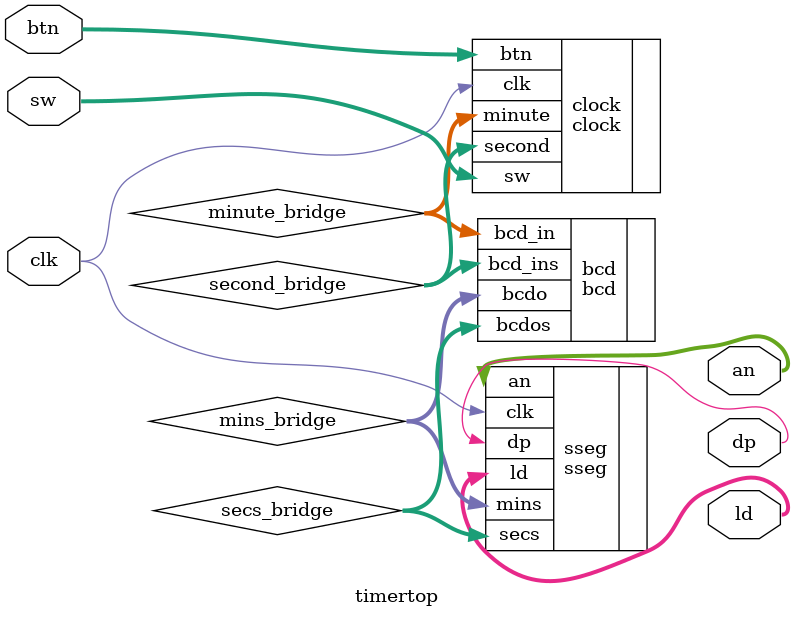
<source format=v>
`timescale 1ns / 1ps

module timertop(clk, sw, btn, an, ld, dp
    );

input clk;
input [7:0] sw;
input [1:0] btn;

output [3:0] an;
output [6:0] ld;
output dp;

///////////////////////

wire [11:0] mins_bridge, secs_bridge;
wire [5:0] minute_bridge, second_bridge;

/////////
clock clock (.clk(clk),
				 .sw(sw),
				 .btn(btn),
				 .minute(minute_bridge),
				 .second(second_bridge)
				 );
				 
sseg sseg (.clk(clk),
			  .mins(mins_bridge),
			  .secs(secs_bridge),
			  .ld(ld),
			  .an(an),
			  .dp(dp)
			 );
			 
bcd bcd (.bcd_in(minute_bridge),
			.bcdo(mins_bridge),
			.bcd_ins(second_bridge),
			.bcdos(secs_bridge)
			);

///////////
endmodule

</source>
